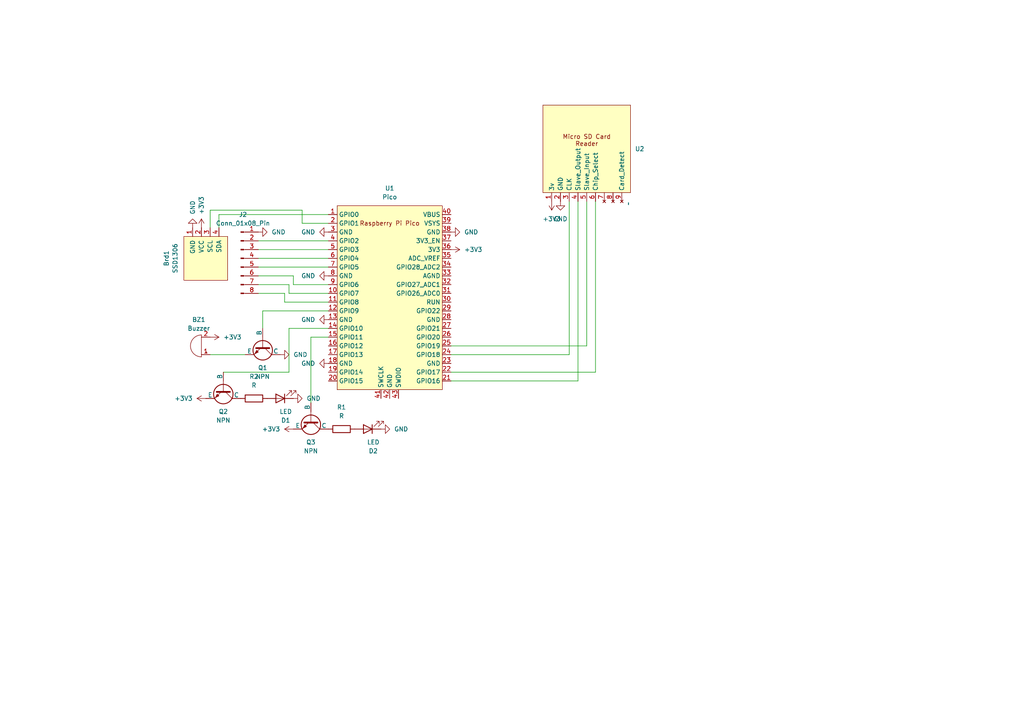
<source format=kicad_sch>
(kicad_sch (version 20230121) (generator eeschema)
  (paper "A4")
  (lib_symbols
    (symbol "Connector:Conn_01x08_Pin" (pin_names (offset 1.016) hide)
      (property "Reference" "J" (at 0 10.16 0))
      (property "Value" "Conn_01x08_Pin" (at 0 -12.7 0))
      (symbol "Conn_01x08_Pin_1_1"
        (polyline (pts (xy 1.27 -10.16) (xy 0.8636 -10.16)) (stroke (width 0.1524)))
        (polyline (pts (xy 1.27 -7.62) (xy 0.8636 -7.62)) (stroke (width 0.1524)))
        (polyline (pts (xy 1.27 -5.08) (xy 0.8636 -5.08)) (stroke (width 0.1524)))
        (polyline (pts (xy 1.27 -2.54) (xy 0.8636 -2.54)) (stroke (width 0.1524)))
        (polyline (pts (xy 1.27 0) (xy 0.8636 0)) (stroke (width 0.1524)))
        (polyline (pts (xy 1.27 2.54) (xy 0.8636 2.54)) (stroke (width 0.1524)))
        (polyline (pts (xy 1.27 5.08) (xy 0.8636 5.08)) (stroke (width 0.1524)))
        (polyline (pts (xy 1.27 7.62) (xy 0.8636 7.62)) (stroke (width 0.1524)))
        (rectangle (start 0.8636 -10.033) (end 0 -10.287) (stroke (width 0.1524)) (fill (type outline)))
        (rectangle (start 0.8636 -7.493) (end 0 -7.747) (stroke (width 0.1524)) (fill (type outline)))
        (rectangle (start 0.8636 -4.953) (end 0 -5.207) (stroke (width 0.1524)) (fill (type outline)))
        (rectangle (start 0.8636 -2.413) (end 0 -2.667) (stroke (width 0.1524)) (fill (type outline)))
        (rectangle (start 0.8636 0.127) (end 0 -0.127) (stroke (width 0.1524)) (fill (type outline)))
        (rectangle (start 0.8636 2.667) (end 0 2.413) (stroke (width 0.1524)) (fill (type outline)))
        (rectangle (start 0.8636 5.207) (end 0 4.953) (stroke (width 0.1524)) (fill (type outline)))
        (rectangle (start 0.8636 7.747) (end 0 7.493) (stroke (width 0.1524)) (fill (type outline)))
        (pin passive line (at 5.08 7.62 180) (length 3.81) (name "Pin_1") (number "1"))
        (pin passive line (at 5.08 5.08 180) (length 3.81) (name "Pin_2") (number "2"))
        (pin passive line (at 5.08 2.54 180) (length 3.81) (name "Pin_3") (number "3"))
        (pin passive line (at 5.08 0 180) (length 3.81) (name "Pin_4") (number "4"))
        (pin passive line (at 5.08 -2.54 180) (length 3.81) (name "Pin_5") (number "5"))
        (pin passive line (at 5.08 -5.08 180) (length 3.81) (name "Pin_6") (number "6"))
        (pin passive line (at 5.08 -7.62 180) (length 3.81) (name "Pin_7") (number "7"))
        (pin passive line (at 5.08 -10.16 180) (length 3.81) (name "Pin_8") (number "8"))
      )
    )
    (symbol "Device:Buzzer" (pin_names (offset 0.0254) hide)
      (property "Reference" "BZ" (at 3.81 1.27 0))
      (property "Value" "Buzzer" (at 3.81 -1.27 0))
      (symbol "Buzzer_0_1"
        (arc (start 0 -3.175) (mid 3.1612 0) (end 0 3.175))
        (polyline (pts (xy -1.651 1.905) (xy -1.143 1.905)))
        (polyline (pts (xy -1.397 2.159) (xy -1.397 1.651)))
        (polyline (pts (xy 0 3.175) (xy 0 -3.175)))
      )
      (symbol "Buzzer_1_1"
        (pin passive line (at -2.54 2.54 0) (length 2.54) (name "+") (number "1"))
        (pin passive line (at -2.54 -2.54 0) (length 2.54) (name "-") (number "2"))
      )
    )
    (symbol "Device:LED" (pin_numbers hide) (pin_names (offset 1.016) hide)
      (property "Reference" "D" (at 0 2.54 0))
      (property "Value" "LED" (at 0 -2.54 0))
      (symbol "LED_0_1"
        (polyline (pts (xy -1.27 -1.27) (xy -1.27 1.27)) (stroke (width 0.254)))
        (polyline (pts (xy -1.27 0) (xy 1.27 0)))
        (polyline (pts (xy 1.27 -1.27) (xy 1.27 1.27) (xy -1.27 0) (xy 1.27 -1.27)) (stroke (width 0.254)))
        (polyline (pts (xy -3.048 -0.762) (xy -4.572 -2.286) (xy -3.81 -2.286) (xy -4.572 -2.286) (xy -4.572 -1.524)))
        (polyline (pts (xy -1.778 -0.762) (xy -3.302 -2.286) (xy -2.54 -2.286) (xy -3.302 -2.286) (xy -3.302 -1.524)))
      )
      (symbol "LED_1_1"
        (pin passive line (at -3.81 0 0) (length 2.54) (name "K") (number "1"))
        (pin passive line (at 3.81 0 180) (length 2.54) (name "A") (number "2"))
      )
    )
    (symbol "Device:R" (pin_numbers hide) (pin_names (offset 0))
      (property "Reference" "R" (at 2.032 0 90))
      (property "Value" "R" (at 0 0 90))
      (symbol "R_0_1"
        (rectangle (start -1.016 -2.54) (end 1.016 2.54) (stroke (width 0.254)))
      )
      (symbol "R_1_1"
        (pin passive line (at 0 3.81 270) (length 1.27) (name "~") (number "1"))
        (pin passive line (at 0 -3.81 90) (length 1.27) (name "~") (number "2"))
      )
    )
    (symbol "MCU_RaspberryPi_and_Boards:Pico"
      (property "Reference" "U" (at -13.97 27.94 0))
      (property "Value" "Pico" (at 0 19.05 0))
      (symbol "Pico_0_0"
        (text "Raspberry Pi Pico" (at 0 21.59 0) (effects (font (size 1.27 1.27))))
      )
      (symbol "Pico_0_1"
        (rectangle (start -15.24 26.67) (end 15.24 -26.67) (fill (type background)))
      )
      (symbol "Pico_1_1"
        (pin bidirectional line (at -17.78 24.13 0) (length 2.54) (name "GPIO0") (number "1"))
        (pin bidirectional line (at -17.78 1.27 0) (length 2.54) (name "GPIO7") (number "10"))
        (pin bidirectional line (at -17.78 -1.27 0) (length 2.54) (name "GPIO8") (number "11"))
        (pin bidirectional line (at -17.78 -3.81 0) (length 2.54) (name "GPIO9") (number "12"))
        (pin power_in line (at -17.78 -6.35 0) (length 2.54) (name "GND") (number "13"))
        (pin bidirectional line (at -17.78 -8.89 0) (length 2.54) (name "GPIO10") (number "14"))
        (pin bidirectional line (at -17.78 -11.43 0) (length 2.54) (name "GPIO11") (number "15"))
        (pin bidirectional line (at -17.78 -13.97 0) (length 2.54) (name "GPIO12") (number "16"))
        (pin bidirectional line (at -17.78 -16.51 0) (length 2.54) (name "GPIO13") (number "17"))
        (pin power_in line (at -17.78 -19.05 0) (length 2.54) (name "GND") (number "18"))
        (pin bidirectional line (at -17.78 -21.59 0) (length 2.54) (name "GPIO14") (number "19"))
        (pin bidirectional line (at -17.78 21.59 0) (length 2.54) (name "GPIO1") (number "2"))
        (pin bidirectional line (at -17.78 -24.13 0) (length 2.54) (name "GPIO15") (number "20"))
        (pin bidirectional line (at 17.78 -24.13 180) (length 2.54) (name "GPIO16") (number "21"))
        (pin bidirectional line (at 17.78 -21.59 180) (length 2.54) (name "GPIO17") (number "22"))
        (pin power_in line (at 17.78 -19.05 180) (length 2.54) (name "GND") (number "23"))
        (pin bidirectional line (at 17.78 -16.51 180) (length 2.54) (name "GPIO18") (number "24"))
        (pin bidirectional line (at 17.78 -13.97 180) (length 2.54) (name "GPIO19") (number "25"))
        (pin bidirectional line (at 17.78 -11.43 180) (length 2.54) (name "GPIO20") (number "26"))
        (pin bidirectional line (at 17.78 -8.89 180) (length 2.54) (name "GPIO21") (number "27"))
        (pin power_in line (at 17.78 -6.35 180) (length 2.54) (name "GND") (number "28"))
        (pin bidirectional line (at 17.78 -3.81 180) (length 2.54) (name "GPIO22") (number "29"))
        (pin power_in line (at -17.78 19.05 0) (length 2.54) (name "GND") (number "3"))
        (pin input line (at 17.78 -1.27 180) (length 2.54) (name "RUN") (number "30"))
        (pin bidirectional line (at 17.78 1.27 180) (length 2.54) (name "GPIO26_ADC0") (number "31"))
        (pin bidirectional line (at 17.78 3.81 180) (length 2.54) (name "GPIO27_ADC1") (number "32"))
        (pin power_in line (at 17.78 6.35 180) (length 2.54) (name "AGND") (number "33"))
        (pin bidirectional line (at 17.78 8.89 180) (length 2.54) (name "GPIO28_ADC2") (number "34"))
        (pin power_in line (at 17.78 11.43 180) (length 2.54) (name "ADC_VREF") (number "35"))
        (pin power_in line (at 17.78 13.97 180) (length 2.54) (name "3V3") (number "36"))
        (pin input line (at 17.78 16.51 180) (length 2.54) (name "3V3_EN") (number "37"))
        (pin bidirectional line (at 17.78 19.05 180) (length 2.54) (name "GND") (number "38"))
        (pin power_in line (at 17.78 21.59 180) (length 2.54) (name "VSYS") (number "39"))
        (pin bidirectional line (at -17.78 16.51 0) (length 2.54) (name "GPIO2") (number "4"))
        (pin power_in line (at 17.78 24.13 180) (length 2.54) (name "VBUS") (number "40"))
        (pin input line (at -2.54 -29.21 90) (length 2.54) (name "SWCLK") (number "41"))
        (pin power_in line (at 0 -29.21 90) (length 2.54) (name "GND") (number "42"))
        (pin bidirectional line (at 2.54 -29.21 90) (length 2.54) (name "SWDIO") (number "43"))
        (pin bidirectional line (at -17.78 13.97 0) (length 2.54) (name "GPIO3") (number "5"))
        (pin bidirectional line (at -17.78 11.43 0) (length 2.54) (name "GPIO4") (number "6"))
        (pin bidirectional line (at -17.78 8.89 0) (length 2.54) (name "GPIO5") (number "7"))
        (pin power_in line (at -17.78 6.35 0) (length 2.54) (name "GND") (number "8"))
        (pin bidirectional line (at -17.78 3.81 0) (length 2.54) (name "GPIO6") (number "9"))
      )
    )
    (symbol "SSD1306-128x64_OLED:SSD1306" (pin_names (offset 1.016))
      (property "Reference" "Brd" (at 0 -3.81 0))
      (property "Value" "SSD1306" (at 0 -1.27 0))
      (symbol "SSD1306_0_1"
        (rectangle (start -6.35 6.35) (end 6.35 -6.35) (fill (type background)))
      )
      (symbol "SSD1306_1_1"
        (pin input line (at -3.81 8.89 270) (length 2.54) (name "GND") (number "1"))
        (pin input line (at -1.27 8.89 270) (length 2.54) (name "VCC") (number "2"))
        (pin input line (at 1.27 8.89 270) (length 2.54) (name "SCL") (number "3"))
        (pin input line (at 3.81 8.89 270) (length 2.54) (name "SDA") (number "4"))
      )
    )
    (symbol "Simulation_SPICE:NPN" (pin_numbers hide) (pin_names (offset 0))
      (property "Reference" "Q" (at -2.54 7.62 0))
      (property "Value" "NPN" (at -2.54 5.08 0))
      (symbol "NPN_0_1"
        (polyline (pts (xy -2.54 0) (xy 0.635 0)) (stroke (width 0.1524)))
        (polyline (pts (xy 0.635 0.635) (xy 2.54 2.54)))
        (polyline (pts (xy 2.794 -1.27) (xy 2.794 -1.27)) (stroke (width 0.1524)))
        (polyline (pts (xy 2.794 -1.27) (xy 2.794 -1.27)) (stroke (width 0.1524)))
        (polyline (pts (xy 0.635 -0.635) (xy 2.54 -2.54) (xy 2.54 -2.54)))
        (polyline (pts (xy 0.635 1.905) (xy 0.635 -1.905) (xy 0.635 -1.905)) (stroke (width 0.508)))
        (polyline (pts (xy 1.27 -1.778) (xy 1.778 -1.27) (xy 2.286 -2.286) (xy 1.27 -1.778) (xy 1.27 -1.778)) (fill (type outline)))
        (circle (center 1.27 0) (radius 2.8194) (stroke (width 0.254)))
      )
      (symbol "NPN_1_1"
        (pin open_collector line (at 2.54 5.08 270) (length 2.54) (name "C") (number "1"))
        (pin input line (at -5.08 0 0) (length 2.54) (name "B") (number "2"))
        (pin open_emitter line (at 2.54 -5.08 90) (length 2.54) (name "E") (number "3"))
      )
    )
    (symbol "components:Adafruit_Micro_SD_SPI_or_SDIO_Card_Breakout_Board"
      (property "Reference" "U" (at 20.955 1.905 90))
      (symbol "Adafruit_Micro_SD_SPI_or_SDIO_Card_Breakout_Board_1_1"
        (rectangle (start -3.81 30.48) (end 21.59 5.08) (fill (type background)))
        (text "Micro SD Card\nReader" (at 8.89 20.32 0) (effects (font (size 1.27 1.27))))
        (pin power_in line (at -1.27 2.54 90) (length 2.54) (name "3v") (number "1"))
        (pin power_in line (at 1.27 2.54 90) (length 2.54) (name "GND") (number "2"))
        (pin input line (at 3.81 2.54 90) (length 2.54) (name "CLK") (number "3"))
        (pin output line (at 6.35 2.54 90) (length 2.54) (name "Slave_Output") (number "4"))
        (pin input line (at 8.89 2.54 90) (length 2.54) (name "Slave_Input") (number "5"))
        (pin input line (at 11.43 2.54 90) (length 2.54) (name "Chip_Select") (number "6"))
        (pin no_connect line (at 13.97 2.54 90) (length 2.54) (name "") (number "7"))
        (pin no_connect line (at 16.51 2.54 90) (length 2.54) (name "") (number "8"))
        (pin no_connect line (at 19.05 2.54 90) (length 2.54) (name "Card_Detect") (number "9"))
      )
    )
    (symbol "power:+3V3" (power) (pin_names (offset 0))
      (property "Value" "+3V3" (at 0 3.556 0))
      (symbol "+3V3_0_1"
        (polyline (pts (xy -0.762 1.27) (xy 0 2.54)))
        (polyline (pts (xy 0 0) (xy 0 2.54)))
        (polyline (pts (xy 0 2.54) (xy 0.762 1.27)))
      )
      (symbol "+3V3_1_1"
        (pin power_in line (at 0 0 90) (length 0) hide (name "+3V3") (number "1"))
      )
    )
    (symbol "power:GND" (power) (pin_names (offset 0))
      (property "Value" "GND" (at 0 -3.81 0))
      (symbol "GND_0_1"
        (polyline (pts (xy 0 0) (xy 0 -1.27) (xy 1.27 -1.27) (xy 0 -2.54) (xy -1.27 -1.27) (xy 0 -1.27)))
      )
      (symbol "GND_1_1"
        (pin power_in line (at 0 0 270) (length 0) hide (name "GND") (number "1"))
      )
    )
  )
  (wire (pts (xy 95.25 85.09) (xy 83.82 85.09)))
  (wire (pts (xy 60.96 60.96) (xy 87.63 60.96)))
  (wire (pts (xy 167.64 58.42) (xy 167.64 110.49)))
  (wire (pts (xy 170.18 58.42) (xy 170.18 100.33)))
  (wire (pts (xy 95.25 82.55) (xy 85.09 82.55)))
  (wire (pts (xy 165.1 58.42) (xy 165.1 102.87)))
  (wire (pts (xy 74.93 69.85) (xy 95.25 69.85)))
  (wire (pts (xy 74.93 72.39) (xy 95.25 72.39)))
  (wire (pts (xy 83.82 107.95) (xy 83.82 95.25)))
  (wire (pts (xy 172.72 107.95) (xy 130.81 107.95)))
  (wire (pts (xy 82.55 85.09) (xy 74.93 85.09)))
  (wire (pts (xy 130.81 102.87) (xy 165.1 102.87)))
  (wire (pts (xy 60.96 60.96) (xy 60.96 66.04)))
  (wire (pts (xy 167.64 110.49) (xy 130.81 110.49)))
  (wire (pts (xy 87.63 64.77) (xy 95.25 64.77)))
  (wire (pts (xy 90.17 116.84) (xy 90.17 97.79)))
  (wire (pts (xy 76.2 95.25) (xy 76.2 90.17)))
  (wire (pts (xy 83.82 82.55) (xy 74.93 82.55)))
  (wire (pts (xy 85.09 80.01) (xy 85.09 82.55)))
  (wire (pts (xy 76.2 90.17) (xy 95.25 90.17)))
  (wire (pts (xy 74.93 77.47) (xy 95.25 77.47)))
  (wire (pts (xy 83.82 82.55) (xy 83.82 85.09)))
  (wire (pts (xy 74.93 74.93) (xy 95.25 74.93)))
  (wire (pts (xy 90.17 97.79) (xy 95.25 97.79)))
  (wire (pts (xy 64.77 107.95) (xy 83.82 107.95)))
  (wire (pts (xy 82.55 85.09) (xy 82.55 87.63)))
  (wire (pts (xy 63.5 62.23) (xy 63.5 66.04)))
  (wire (pts (xy 87.63 60.96) (xy 87.63 64.77)))
  (wire (pts (xy 95.25 87.63) (xy 82.55 87.63)))
  (wire (pts (xy 172.72 58.42) (xy 172.72 107.95)))
  (wire (pts (xy 71.12 102.87) (xy 60.96 102.87)))
  (wire (pts (xy 63.5 62.23) (xy 95.25 62.23)))
  (wire (pts (xy 170.18 100.33) (xy 130.81 100.33)))
  (wire (pts (xy 83.82 95.25) (xy 95.25 95.25)))
  (wire (pts (xy 85.09 80.01) (xy 74.93 80.01)))
  (symbol (lib_id "components:Adafruit_Micro_SD_SPI_or_SDIO_Card_Breakout_Board") (at 161.29 60.96 0) (unit 1)
    (property "Reference" "U2" (at 184.15 43.18 0) (effects (justify left)))
    (property "Value" "~" (at 182.245 59.055 90))
    (property "Footprint" "Library:Adafruit_Micro_SD_SPI_or_SDIO_Card_Breakout_Board" (effects hide))
  )
  (symbol (lib_id "Simulation_SPICE:NPN") (at 64.77 113.03 270) (unit 1)
    (property "Reference" "Q2" (at 64.77 119.38 90))
    (property "Value" "NPN" (at 64.77 121.92 90))
    (property "Footprint" "Library:TO92" (effects hide))
    (property "Sim.Device" "NPN" (effects hide))
    (property "Sim.Type" "GUMMELPOON" (effects hide))
    (property "Sim.Pins" "1=C 2=B 3=E" (effects hide))
  )
  (symbol (lib_id "power:+3V3") (at 130.81 72.39 270) (unit 1)
    (property "Reference" "#PWR010" (effects hide))
    (property "Value" "+3V3" (at 134.62 72.39 90) (effects (justify left)))
  )
  (symbol (lib_id "Device:R") (at 99.06 124.46 90) (unit 1)
    (property "Reference" "R1" (at 99.06 118.11 90))
    (property "Value" "R" (at 99.06 120.65 90))
    (property "Footprint" "Resistor_THT:R_Axial_DIN0207_L6.3mm_D2.5mm_P10.16mm_Horizontal" (effects hide))
  )
  (symbol (lib_id "power:+3V3") (at 85.09 124.46 90) (unit 1)
    (property "Reference" "#PWR016" (effects hide))
    (property "Value" "+3V3" (at 81.28 124.46 90) (effects (justify left)))
  )
  (symbol (lib_id "SSD1306-128x64_OLED:SSD1306") (at 59.69 74.93 0) (unit 1)
    (property "Reference" "Brd1" (at 48.26 74.93 90))
    (property "Value" "SSD1306" (at 50.8 74.93 90))
    (property "Footprint" "SSD1306:128x64OLED" (effects hide))
  )
  (symbol (lib_id "Device:R") (at 73.66 115.57 90) (unit 1)
    (property "Reference" "R2" (at 73.66 109.22 90))
    (property "Value" "R" (at 73.66 111.76 90))
    (property "Footprint" "Resistor_THT:R_Axial_DIN0207_L6.3mm_D2.5mm_P10.16mm_Horizontal" (effects hide))
  )
  (symbol (lib_id "power:GND") (at 95.25 67.31 270) (unit 1)
    (property "Reference" "#PWR07" (effects hide))
    (property "Value" "GND" (at 91.44 67.31 90) (effects (justify right)))
  )
  (symbol (lib_id "Simulation_SPICE:NPN") (at 76.2 100.33 270) (unit 1)
    (property "Reference" "Q1" (at 76.2 106.68 90))
    (property "Value" "NPN" (at 76.2 109.22 90))
    (property "Footprint" "Library:TO92" (effects hide))
    (property "Sim.Device" "NPN" (effects hide))
    (property "Sim.Type" "GUMMELPOON" (effects hide))
    (property "Sim.Pins" "1=C 2=B 3=E" (effects hide))
  )
  (symbol (lib_id "Connector:Conn_01x08_Pin") (at 69.85 74.93 0) (unit 1)
    (property "Reference" "J2" (at 70.485 62.23 0))
    (property "Value" "Conn_01x08_Pin" (at 70.485 64.77 0))
    (property "Footprint" "Connector_PinHeader_2.54mm:PinHeader_1x08_P2.54mm_Vertical" (effects hide))
  )
  (symbol (lib_id "power:GND") (at 110.49 124.46 90) (unit 1)
    (property "Reference" "#PWR015" (effects hide))
    (property "Value" "GND" (at 114.3 124.46 90) (effects (justify right)))
  )
  (symbol (lib_id "power:+3V3") (at 59.69 115.57 90) (unit 1)
    (property "Reference" "#PWR017" (effects hide))
    (property "Value" "+3V3" (at 55.88 115.57 90) (effects (justify left)))
  )
  (symbol (lib_id "power:GND") (at 81.28 102.87 90) (unit 1)
    (property "Reference" "#PWR03" (effects hide))
    (property "Value" "GND" (at 85.09 102.87 90) (effects (justify right)))
  )
  (symbol (lib_id "Device:Buzzer") (at 58.42 100.33 180) (unit 1)
    (property "Reference" "BZ1" (at 57.6649 92.71 0))
    (property "Value" "Buzzer" (at 57.6649 95.25 0))
    (property "Footprint" "Buzzer_Beeper:Buzzer_12x9.5RM7.6" (effects hide))
  )
  (symbol (lib_id "MCU_RaspberryPi_and_Boards:Pico") (at 113.03 86.36 0) (unit 1)
    (property "Reference" "U1" (at 113.03 54.61 0))
    (property "Value" "Pico" (at 113.03 57.15 0))
    (property "Footprint" "MCU_RaspberryPi_and_Boards:RPi_Pico_SMD_TH" (effects hide))
  )
  (symbol (lib_id "power:GND") (at 85.09 115.57 90) (unit 1)
    (property "Reference" "#PWR014" (effects hide))
    (property "Value" "GND" (at 88.9 115.57 90) (effects (justify right)))
  )
  (symbol (lib_id "power:GND") (at 162.56 58.42 0) (unit 1)
    (property "Reference" "#PWR012" (effects hide))
    (property "Value" "GND" (at 162.56 63.5 0))
  )
  (symbol (lib_id "power:GND") (at 95.25 80.01 270) (unit 1)
    (property "Reference" "#PWR06" (effects hide))
    (property "Value" "GND" (at 91.44 80.01 90) (effects (justify right)))
  )
  (symbol (lib_id "power:GND") (at 95.25 105.41 270) (unit 1)
    (property "Reference" "#PWR04" (effects hide))
    (property "Value" "GND" (at 91.44 105.41 90) (effects (justify right)))
  )
  (symbol (lib_id "power:GND") (at 130.81 67.31 90) (unit 1)
    (property "Reference" "#PWR01" (effects hide))
    (property "Value" "GND" (at 134.62 67.31 90) (effects (justify right)))
  )
  (symbol (lib_id "power:GND") (at 74.93 67.31 90) (unit 1)
    (property "Reference" "#PWR011" (effects hide))
    (property "Value" "GND" (at 78.74 67.31 90) (effects (justify right)))
  )
  (symbol (lib_id "power:GND") (at 95.25 92.71 270) (unit 1)
    (property "Reference" "#PWR05" (effects hide))
    (property "Value" "GND" (at 91.44 92.71 90) (effects (justify right)))
  )
  (symbol (lib_id "power:GND") (at 55.88 66.04 180) (unit 1)
    (property "Reference" "#PWR08" (effects hide))
    (property "Value" "GND" (at 55.88 62.23 90) (effects (justify right)))
  )
  (symbol (lib_id "Device:LED") (at 81.28 115.57 180) (unit 1)
    (property "Reference" "D1" (at 82.8675 121.92 0))
    (property "Value" "LED" (at 82.8675 119.38 0))
    (property "Footprint" "LED_THT:LED_D1.8mm_W1.8mm_H2.4mm_Horizontal_O1.27mm_Z1.6mm" (effects hide))
  )
  (symbol (lib_id "power:+3V3") (at 160.02 58.42 180) (unit 1)
    (property "Reference" "#PWR013" (effects hide))
    (property "Value" "+3V3" (at 160.02 63.5 0))
  )
  (symbol (lib_id "power:+3V3") (at 58.42 66.04 0) (unit 1)
    (property "Reference" "#PWR09" (effects hide))
    (property "Value" "+3V3" (at 58.42 62.23 90) (effects (justify left)))
  )
  (symbol (lib_id "power:+3V3") (at 60.96 97.79 270) (unit 1)
    (property "Reference" "#PWR02" (effects hide))
    (property "Value" "+3V3" (at 64.77 97.79 90) (effects (justify left)))
  )
  (symbol (lib_id "Device:LED") (at 106.68 124.46 180) (unit 1)
    (property "Reference" "D2" (at 108.2675 130.81 0))
    (property "Value" "LED" (at 108.2675 128.27 0))
    (property "Footprint" "LED_THT:LED_D1.8mm_W1.8mm_H2.4mm_Horizontal_O1.27mm_Z1.6mm" (effects hide))
  )
  (symbol (lib_id "Simulation_SPICE:NPN") (at 90.17 121.92 270) (unit 1)
    (property "Reference" "Q3" (at 90.17 128.27 90))
    (property "Value" "NPN" (at 90.17 130.81 90))
    (property "Footprint" "Library:TO92" (effects hide))
    (property "Sim.Device" "NPN" (effects hide))
    (property "Sim.Type" "GUMMELPOON" (effects hide))
    (property "Sim.Pins" "1=C 2=B 3=E" (effects hide))
  )
)
</source>
